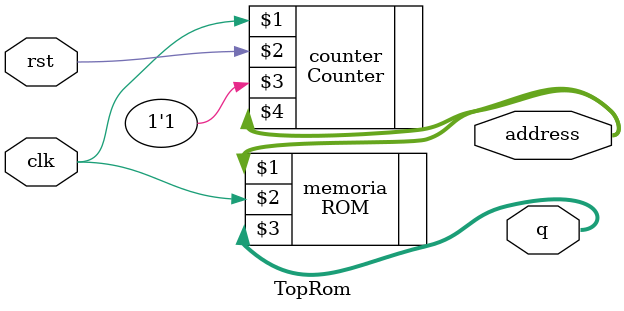
<source format=sv>
module TopRom(input clk, 
				  input rst,
				  output logic [7:0] q,
				  output logic [7:0] address);
	
	ROM memoria (address, clk, q);
	Counter counter (clk, rst, 1'b1, address);
		
			
endmodule 
</source>
